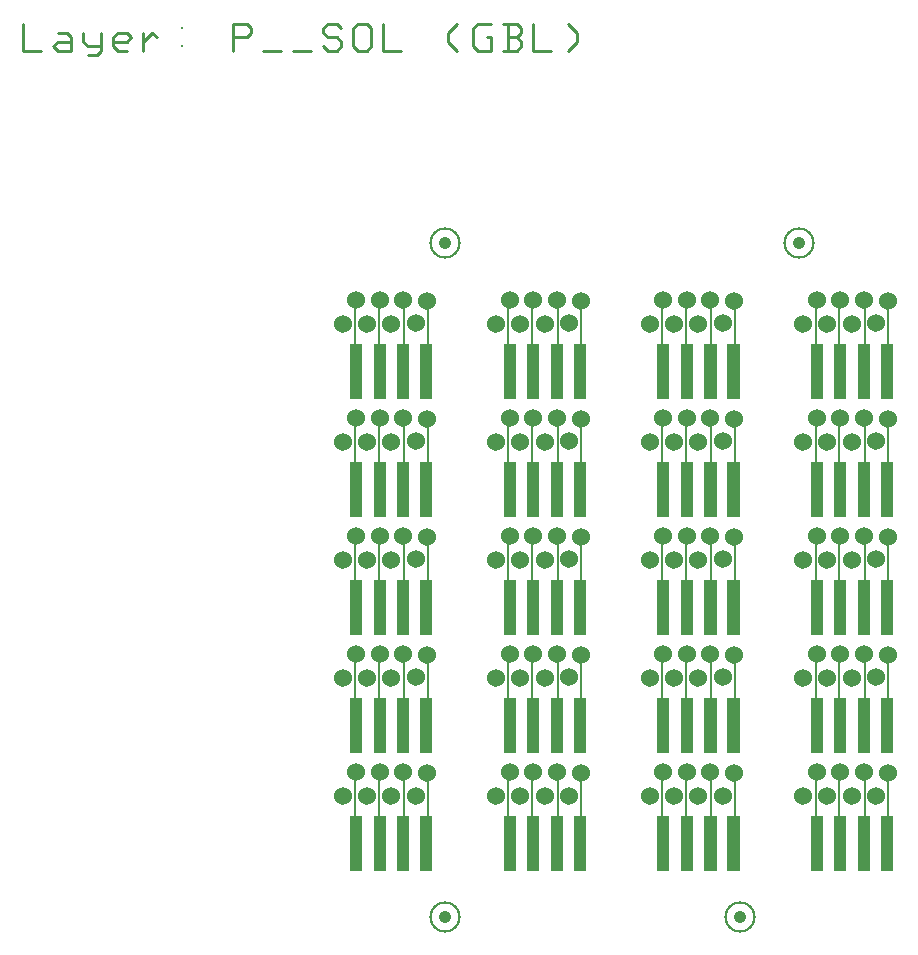
<source format=gbl>
*
%FSTAX26Y26*%
%MOIN*%
%ADD10C,0.007000*%
%ADD11C,0.060275*%
%ADD12C,0.041339*%
%ADD13C,0.104331X0.088583*%
%ADD14C,0.010000*%
%IPPOS*%
%LNp_sol(gbl)*%
%LPD*%
G75*
G54D10*
X00094488Y00620079D02*
Y00448819D01*
Y00620079D02*
X0009252Y00622047D01*
X00173228Y0046063D02*
X00179134Y00454724D01*
X00173228Y0046063D02*
Y0061811D01*
X00257874D02*
Y00462598D01*
Y0061811D02*
X00255906Y00620079D01*
X00336614D02*
Y00464567D01*
G54D11*
X00098425Y0061811D03*
X00133858Y0053937D03*
X00255906Y0061811D03*
X00297244Y00541339D03*
X00334646Y00616142D03*
X0005315Y0053937D03*
X00177165Y0061811D03*
X00214567Y0053937D03*
G54D10*
X00094488Y0101378D02*
Y0084252D01*
Y0101378D02*
X0009252Y01015748D01*
X00173228Y00854331D02*
X00179134Y00848425D01*
X00173228Y00854331D02*
Y01011811D01*
X00257874D02*
Y00856299D01*
Y01011811D02*
X00255906Y0101378D01*
X00336614D02*
Y00858268D01*
G54D11*
X00098425Y01011811D03*
X00133858Y00933071D03*
X00255906Y01011811D03*
X00297244Y00935039D03*
X00334646Y01009843D03*
X0005315Y00933071D03*
X00177165Y01011811D03*
X00214567Y00933071D03*
G54D10*
X00094488Y0140748D02*
Y0123622D01*
Y0140748D02*
X0009252Y01409449D01*
X00173228Y01248031D02*
X00179134Y01242126D01*
X00173228Y01248031D02*
Y01405512D01*
X00257874D02*
Y0125D01*
Y01405512D02*
X00255906Y0140748D01*
X00336614D02*
Y01251969D01*
G54D11*
X00098425Y01405512D03*
X00133858Y01326772D03*
X00255906Y01405512D03*
X00297244Y0132874D03*
X00334646Y01403543D03*
X0005315Y01326772D03*
X00177165Y01405512D03*
X00214567Y01326772D03*
G54D10*
X00094488Y01801181D02*
Y01629921D01*
Y01801181D02*
X0009252Y0180315D01*
X00173228Y01641732D02*
X00179134Y01635827D01*
X00173228Y01641732D02*
Y01799213D01*
X00257874D02*
Y01643701D01*
Y01799213D02*
X00255906Y01801181D01*
X00336614D02*
Y01645669D01*
G54D11*
X00098425Y01799213D03*
X00133858Y01720472D03*
X00255906Y01799213D03*
X00297244Y01722441D03*
X00334646Y01797244D03*
X0005315Y01720472D03*
X00177165Y01799213D03*
X00214567Y01720472D03*
G54D10*
X00094488Y02194882D02*
Y02023622D01*
Y02194882D02*
X0009252Y0219685D01*
X00173228Y02035433D02*
X00179134Y02029528D01*
X00173228Y02035433D02*
Y02192913D01*
X00257874D02*
Y02037402D01*
Y02192913D02*
X00255906Y02194882D01*
X00336614D02*
Y0203937D01*
G54D11*
X00098425Y02192913D03*
X00133858Y02114173D03*
X00255906Y02192913D03*
X00297244Y02116142D03*
X00334646Y02190945D03*
X0005315Y02114173D03*
X00177165Y02192913D03*
X00214567Y02114173D03*
G54D10*
X00606299Y00620079D02*
Y00448819D01*
Y00620079D02*
X00604331Y00622047D01*
X00685039Y0046063D02*
X00690945Y00454724D01*
X00685039Y0046063D02*
Y0061811D01*
X00769685D02*
Y00462598D01*
Y0061811D02*
X00767717Y00620079D01*
X00848425D02*
Y00464567D01*
G54D11*
X00610236Y0061811D03*
X00645669Y0053937D03*
X00767717Y0061811D03*
X00809055Y00541339D03*
X00846457Y00616142D03*
X00564961Y0053937D03*
X00688976Y0061811D03*
X00726378Y0053937D03*
G54D10*
X00606299Y0101378D02*
Y0084252D01*
Y0101378D02*
X00604331Y01015748D01*
X00685039Y00854331D02*
X00690945Y00848425D01*
X00685039Y00854331D02*
Y01011811D01*
X00769685D02*
Y00856299D01*
Y01011811D02*
X00767717Y0101378D01*
X00848425D02*
Y00858268D01*
G54D11*
X00610236Y01011811D03*
X00645669Y00933071D03*
X00767717Y01011811D03*
X00809055Y00935039D03*
X00846457Y01009843D03*
X00564961Y00933071D03*
X00688976Y01011811D03*
X00726378Y00933071D03*
G54D10*
X00606299Y0140748D02*
Y0123622D01*
Y0140748D02*
X00604331Y01409449D01*
X00685039Y01248031D02*
X00690945Y01242126D01*
X00685039Y01248031D02*
Y01405512D01*
X00769685D02*
Y0125D01*
Y01405512D02*
X00767717Y0140748D01*
X00848425D02*
Y01251969D01*
G54D11*
X00610236Y01405512D03*
X00645669Y01326772D03*
X00767717Y01405512D03*
X00809055Y0132874D03*
X00846457Y01403543D03*
X00564961Y01326772D03*
X00688976Y01405512D03*
X00726378Y01326772D03*
G54D10*
X00606299Y01801181D02*
Y01629921D01*
Y01801181D02*
X00604331Y0180315D01*
X00685039Y01641732D02*
X00690945Y01635827D01*
X00685039Y01641732D02*
Y01799213D01*
X00769685D02*
Y01643701D01*
Y01799213D02*
X00767717Y01801181D01*
X00848425D02*
Y01645669D01*
G54D11*
X00610236Y01799213D03*
X00645669Y01720472D03*
X00767717Y01799213D03*
X00809055Y01722441D03*
X00846457Y01797244D03*
X00564961Y01720472D03*
X00688976Y01799213D03*
X00726378Y01720472D03*
G54D10*
X00606299Y02194882D02*
Y02023622D01*
Y02194882D02*
X00604331Y0219685D01*
X00685039Y02035433D02*
X00690945Y02029528D01*
X00685039Y02035433D02*
Y02192913D01*
X00769685D02*
Y02037402D01*
Y02192913D02*
X00767717Y02194882D01*
X00848425D02*
Y0203937D01*
G54D11*
X00610236Y02192913D03*
X00645669Y02114173D03*
X00767717Y02192913D03*
X00809055Y02116142D03*
X00846457Y02190945D03*
X00564961Y02114173D03*
X00688976Y02192913D03*
X00726378Y02114173D03*
G54D10*
X0111811Y00620079D02*
Y00448819D01*
Y00620079D02*
X01116142Y00622047D01*
X0119685Y0046063D02*
X01202756Y00454724D01*
X0119685Y0046063D02*
Y0061811D01*
X01281496D02*
Y00462598D01*
Y0061811D02*
X01279528Y00620079D01*
X01360236D02*
Y00464567D01*
G54D11*
X01122047Y0061811D03*
X0115748Y0053937D03*
X01279528Y0061811D03*
X01320866Y00541339D03*
X01358268Y00616142D03*
X01076772Y0053937D03*
X01200787Y0061811D03*
X01238189Y0053937D03*
G54D10*
X0111811Y0101378D02*
Y0084252D01*
Y0101378D02*
X01116142Y01015748D01*
X0119685Y00854331D02*
X01202756Y00848425D01*
X0119685Y00854331D02*
Y01011811D01*
X01281496D02*
Y00856299D01*
Y01011811D02*
X01279528Y0101378D01*
X01360236D02*
Y00858268D01*
G54D11*
X01122047Y01011811D03*
X0115748Y00933071D03*
X01279528Y01011811D03*
X01320866Y00935039D03*
X01358268Y01009843D03*
X01076772Y00933071D03*
X01200787Y01011811D03*
X01238189Y00933071D03*
G54D10*
X0111811Y0140748D02*
Y0123622D01*
Y0140748D02*
X01116142Y01409449D01*
X0119685Y01248031D02*
X01202756Y01242126D01*
X0119685Y01248031D02*
Y01405512D01*
X01281496D02*
Y0125D01*
Y01405512D02*
X01279528Y0140748D01*
X01360236D02*
Y01251969D01*
G54D11*
X01122047Y01405512D03*
X0115748Y01326772D03*
X01279528Y01405512D03*
X01320866Y0132874D03*
X01358268Y01403543D03*
X01076772Y01326772D03*
X01200787Y01405512D03*
X01238189Y01326772D03*
G54D10*
X0111811Y01801181D02*
Y01629921D01*
Y01801181D02*
X01116142Y0180315D01*
X0119685Y01641732D02*
X01202756Y01635827D01*
X0119685Y01641732D02*
Y01799213D01*
X01281496D02*
Y01643701D01*
Y01799213D02*
X01279528Y01801181D01*
X01360236D02*
Y01645669D01*
G54D11*
X01122047Y01799213D03*
X0115748Y01720472D03*
X01279528Y01799213D03*
X01320866Y01722441D03*
X01358268Y01797244D03*
X01076772Y01720472D03*
X01200787Y01799213D03*
X01238189Y01720472D03*
G54D10*
X0111811Y02194882D02*
Y02023622D01*
Y02194882D02*
X01116142Y0219685D01*
X0119685Y02035433D02*
X01202756Y02029528D01*
X0119685Y02035433D02*
Y02192913D01*
X01281496D02*
Y02037402D01*
Y02192913D02*
X01279528Y02194882D01*
X01360236D02*
Y0203937D01*
G54D11*
X01122047Y02192913D03*
X0115748Y02114173D03*
X01279528Y02192913D03*
X01320866Y02116142D03*
X01358268Y02190945D03*
X01076772Y02114173D03*
X01200787Y02192913D03*
X01238189Y02114173D03*
G54D10*
X01629921Y00620079D02*
Y00448819D01*
Y00620079D02*
X01627953Y00622047D01*
X01708661Y0046063D02*
X01714567Y00454724D01*
X01708661Y0046063D02*
Y0061811D01*
X01793307D02*
Y00462598D01*
Y0061811D02*
X01791339Y00620079D01*
X01872047D02*
Y00464567D01*
G54D11*
X01633858Y0061811D03*
X01669291Y0053937D03*
X01791339Y0061811D03*
X01832677Y00541339D03*
X01870079Y00616142D03*
X01588583Y0053937D03*
X01712598Y0061811D03*
X0175Y0053937D03*
G54D10*
X01629921Y0101378D02*
Y0084252D01*
Y0101378D02*
X01627953Y01015748D01*
X01708661Y00854331D02*
X01714567Y00848425D01*
X01708661Y00854331D02*
Y01011811D01*
X01793307D02*
Y00856299D01*
Y01011811D02*
X01791339Y0101378D01*
X01872047D02*
Y00858268D01*
G54D11*
X01633858Y01011811D03*
X01669291Y00933071D03*
X01791339Y01011811D03*
X01832677Y00935039D03*
X01870079Y01009843D03*
X01588583Y00933071D03*
X01712598Y01011811D03*
X0175Y00933071D03*
G54D10*
X01629921Y0140748D02*
Y0123622D01*
Y0140748D02*
X01627953Y01409449D01*
X01708661Y01248031D02*
X01714567Y01242126D01*
X01708661Y01248031D02*
Y01405512D01*
X01793307D02*
Y0125D01*
Y01405512D02*
X01791339Y0140748D01*
X01872047D02*
Y01251969D01*
G54D11*
X01633858Y01405512D03*
X01669291Y01326772D03*
X01791339Y01405512D03*
X01832677Y0132874D03*
X01870079Y01403543D03*
X01588583Y01326772D03*
X01712598Y01405512D03*
X0175Y01326772D03*
G54D10*
X01629921Y01801181D02*
Y01629921D01*
Y01801181D02*
X01627953Y0180315D01*
X01708661Y01641732D02*
X01714567Y01635827D01*
X01708661Y01641732D02*
Y01799213D01*
X01793307D02*
Y01643701D01*
Y01799213D02*
X01791339Y01801181D01*
X01872047D02*
Y01645669D01*
G54D11*
X01633858Y01799213D03*
X01669291Y01720472D03*
X01791339Y01799213D03*
X01832677Y01722441D03*
X01870079Y01797244D03*
X01588583Y01720472D03*
X01712598Y01799213D03*
X0175Y01720472D03*
G54D10*
X01629921Y02194882D02*
Y02023622D01*
Y02194882D02*
X01627953Y0219685D01*
X01708661Y02035433D02*
X01714567Y02029528D01*
X01708661Y02035433D02*
Y02192913D01*
X01793307D02*
Y02037402D01*
Y02192913D02*
X01791339Y02194882D01*
X01872047D02*
Y0203937D01*
G54D11*
X01633858Y02192913D03*
X01669291Y02114173D03*
X01791339Y02192913D03*
X01832677Y02116142D03*
X01870079Y02190945D03*
X01588583Y02114173D03*
X01712598Y02192913D03*
X0175Y02114173D03*
G54D12*
X00393701Y00137795D03*
G54D13*
D03*
G54D12*
X01377953D03*
G54D13*
D03*
G54D12*
X00393701Y0238189D03*
G54D13*
D03*
G54D12*
X01574803D03*
G54D13*
D03*
G54D14*
X-01010749Y03114089D02*
Y03024685D01*
X-00951146D01*
X-00895848Y03084288D02*
X-00866047D01*
X-00851146Y03069387D01*
Y03024685D01*
X-00895848D01*
X-00910749Y03039586D01*
X-00895848Y03054486D01*
X-00851146D01*
X-00810749Y03084288D02*
Y03054486D01*
X-00795848Y03039586D01*
X-00751146D01*
Y03084288D02*
Y03024685D01*
X-00766047Y03009784D01*
X-00795848D01*
X-00666047Y03024685D02*
X-00695848D01*
X-00710749Y03039586D01*
Y03069387D01*
X-00695848Y03084288D01*
X-00666047D01*
X-00651146Y03069387D01*
X-00666047Y03054486D01*
X-00710749D01*
X-00610749Y03084288D02*
Y03024685D01*
Y03054486D02*
X-00580948Y03084288D01*
X-00566047Y03069387D01*
X-00480948Y03039586D03*
Y03099188D03*
X-00310749Y03024685D02*
Y03114089D01*
X-00266047D01*
X-00251146Y03099188D01*
Y03084288D01*
X-00266047Y03069387D01*
X-00310749D01*
X-00210749Y03024685D02*
X-00151146D01*
X-00110749D02*
X-00051146D01*
X-00010749Y03039586D02*
X00004152Y03024685D01*
X00033953D01*
X00048854Y03039586D01*
Y03054486D01*
X00033953Y03069387D01*
X00004152D01*
X-00010749Y03084288D01*
Y03099188D01*
X00004152Y03114089D01*
X00033953D01*
X00048854Y03099188D01*
X00089251Y03039586D02*
Y03099188D01*
X00104152Y03114089D01*
X00133953D01*
X00148854Y03099188D01*
Y03039586D01*
X00133953Y03024685D01*
X00104152D01*
X00089251Y03039586D01*
X00189251Y03114089D02*
Y03024685D01*
X00248854D01*
X00433953D02*
X00404152Y03054486D01*
Y03084288D01*
X00433953Y03114089D01*
X00504152D02*
X00548854D01*
X00504152D02*
X00489251Y03099188D01*
Y03039586D01*
X00504152Y03024685D01*
X00548854D01*
Y03069387D01*
X00533953D01*
X00589251Y03114089D02*
X00633953D01*
X00648854Y03099188D01*
Y03084288D01*
X00633953Y03069387D01*
X00648854Y03054486D01*
Y03039586D01*
X00633953Y03024685D01*
X00589251D01*
X00604152D02*
Y03114089D01*
Y03069387D02*
X00633953D01*
X00689251Y03114089D02*
Y03024685D01*
X00748854D01*
X00804152D02*
X00833953Y03054486D01*
Y03084288D01*
X00804152Y03114089D01*
G36*
X0007824Y00289591D02*
Y00472941D01*
X0011861D01*
Y00289591D01*
X0007824D01*
G37*
G36*
Y00683291D02*
Y00866641D01*
X0011861D01*
Y00683291D01*
X0007824D01*
G37*
G36*
Y01076992D02*
Y01260342D01*
X0011861D01*
Y01076992D01*
X0007824D01*
G37*
G36*
Y01470693D02*
Y01654043D01*
X0011861D01*
Y01470693D01*
X0007824D01*
G37*
G36*
Y01864394D02*
Y02047744D01*
X0011861D01*
Y01864394D01*
X0007824D01*
G37*
G36*
X0015698Y00289591D02*
Y00472941D01*
X0019735D01*
Y00289591D01*
X0015698D01*
G37*
G36*
Y00683291D02*
Y00866641D01*
X0019735D01*
Y00683291D01*
X0015698D01*
G37*
G36*
Y01076992D02*
Y01260342D01*
X0019735D01*
Y01076992D01*
X0015698D01*
G37*
G36*
Y01470693D02*
Y01654043D01*
X0019735D01*
Y01470693D01*
X0015698D01*
G37*
G36*
Y01864394D02*
Y02047744D01*
X0019735D01*
Y01864394D01*
X0015698D01*
G37*
G36*
X00235721Y00289591D02*
Y00472941D01*
X0027609D01*
Y00289591D01*
X00235721D01*
G37*
G36*
Y00683291D02*
Y00866641D01*
X0027609D01*
Y00683291D01*
X00235721D01*
G37*
G36*
Y01076992D02*
Y01260342D01*
X0027609D01*
Y01076992D01*
X00235721D01*
G37*
G36*
Y01470693D02*
Y01654043D01*
X0027609D01*
Y01470693D01*
X00235721D01*
G37*
G36*
Y01864394D02*
Y02047744D01*
X0027609D01*
Y01864394D01*
X00235721D01*
G37*
G36*
X00312492Y00289591D02*
Y00472941D01*
X00352862D01*
Y00289591D01*
X00312492D01*
G37*
G36*
Y00683291D02*
Y00866641D01*
X00352862D01*
Y00683291D01*
X00312492D01*
G37*
G36*
Y01076992D02*
Y01260342D01*
X00352862D01*
Y01076992D01*
X00312492D01*
G37*
G36*
Y01470693D02*
Y01654043D01*
X00352862D01*
Y01470693D01*
X00312492D01*
G37*
G36*
Y01864394D02*
Y02047744D01*
X00352862D01*
Y01864394D01*
X00312492D01*
G37*
G36*
X00590051Y00289591D02*
Y00472941D01*
X00630421D01*
Y00289591D01*
X00590051D01*
G37*
G36*
Y00683291D02*
Y00866641D01*
X00630421D01*
Y00683291D01*
X00590051D01*
G37*
G36*
Y01076992D02*
Y01260342D01*
X00630421D01*
Y01076992D01*
X00590051D01*
G37*
G36*
Y01470693D02*
Y01654043D01*
X00630421D01*
Y01470693D01*
X00590051D01*
G37*
G36*
Y01864394D02*
Y02047744D01*
X00630421D01*
Y01864394D01*
X00590051D01*
G37*
G36*
X00668791Y00289591D02*
Y00472941D01*
X00709161D01*
Y00289591D01*
X00668791D01*
G37*
G36*
Y00683291D02*
Y00866641D01*
X00709161D01*
Y00683291D01*
X00668791D01*
G37*
G36*
Y01076992D02*
Y01260342D01*
X00709161D01*
Y01076992D01*
X00668791D01*
G37*
G36*
Y01470693D02*
Y01654043D01*
X00709161D01*
Y01470693D01*
X00668791D01*
G37*
G36*
Y01864394D02*
Y02047744D01*
X00709161D01*
Y01864394D01*
X00668791D01*
G37*
G36*
X00747532Y00289591D02*
Y00472941D01*
X00787901D01*
Y00289591D01*
X00747532D01*
G37*
G36*
Y00683291D02*
Y00866641D01*
X00787901D01*
Y00683291D01*
X00747532D01*
G37*
G36*
Y01076992D02*
Y01260342D01*
X00787901D01*
Y01076992D01*
X00747532D01*
G37*
G36*
Y01470693D02*
Y01654043D01*
X00787901D01*
Y01470693D01*
X00747532D01*
G37*
G36*
Y01864394D02*
Y02047744D01*
X00787901D01*
Y01864394D01*
X00747532D01*
G37*
G36*
X00824303Y00289591D02*
Y00472941D01*
X00864673D01*
Y00289591D01*
X00824303D01*
G37*
G36*
Y00683291D02*
Y00866641D01*
X00864673D01*
Y00683291D01*
X00824303D01*
G37*
G36*
Y01076992D02*
Y01260342D01*
X00864673D01*
Y01076992D01*
X00824303D01*
G37*
G36*
Y01470693D02*
Y01654043D01*
X00864673D01*
Y01470693D01*
X00824303D01*
G37*
G36*
Y01864394D02*
Y02047744D01*
X00864673D01*
Y01864394D01*
X00824303D01*
G37*
G36*
X01101862Y00289591D02*
Y00472941D01*
X01142232D01*
Y00289591D01*
X01101862D01*
G37*
G36*
Y00683291D02*
Y00866641D01*
X01142232D01*
Y00683291D01*
X01101862D01*
G37*
G36*
Y01076992D02*
Y01260342D01*
X01142232D01*
Y01076992D01*
X01101862D01*
G37*
G36*
Y01470693D02*
Y01654043D01*
X01142232D01*
Y01470693D01*
X01101862D01*
G37*
G36*
Y01864394D02*
Y02047744D01*
X01142232D01*
Y01864394D01*
X01101862D01*
G37*
G36*
X01180602Y00289591D02*
Y00472941D01*
X01220972D01*
Y00289591D01*
X01180602D01*
G37*
G36*
Y00683291D02*
Y00866641D01*
X01220972D01*
Y00683291D01*
X01180602D01*
G37*
G36*
Y01076992D02*
Y01260342D01*
X01220972D01*
Y01076992D01*
X01180602D01*
G37*
G36*
Y01470693D02*
Y01654043D01*
X01220972D01*
Y01470693D01*
X01180602D01*
G37*
G36*
Y01864394D02*
Y02047744D01*
X01220972D01*
Y01864394D01*
X01180602D01*
G37*
G36*
X01259343Y00289591D02*
Y00472941D01*
X01299713D01*
Y00289591D01*
X01259343D01*
G37*
G36*
Y00683291D02*
Y00866641D01*
X01299713D01*
Y00683291D01*
X01259343D01*
G37*
G36*
Y01076992D02*
Y01260342D01*
X01299713D01*
Y01076992D01*
X01259343D01*
G37*
G36*
Y01470693D02*
Y01654043D01*
X01299713D01*
Y01470693D01*
X01259343D01*
G37*
G36*
Y01864394D02*
Y02047744D01*
X01299713D01*
Y01864394D01*
X01259343D01*
G37*
G36*
X01336114Y00289591D02*
Y00472941D01*
X01376484D01*
Y00289591D01*
X01336114D01*
G37*
G36*
Y00683291D02*
Y00866641D01*
X01376484D01*
Y00683291D01*
X01336114D01*
G37*
G36*
Y01076992D02*
Y01260342D01*
X01376484D01*
Y01076992D01*
X01336114D01*
G37*
G36*
Y01470693D02*
Y01654043D01*
X01376484D01*
Y01470693D01*
X01336114D01*
G37*
G36*
Y01864394D02*
Y02047744D01*
X01376484D01*
Y01864394D01*
X01336114D01*
G37*
G36*
X01613673Y00289591D02*
Y00472941D01*
X01654043D01*
Y00289591D01*
X01613673D01*
G37*
G36*
Y00683291D02*
Y00866641D01*
X01654043D01*
Y00683291D01*
X01613673D01*
G37*
G36*
Y01076992D02*
Y01260342D01*
X01654043D01*
Y01076992D01*
X01613673D01*
G37*
G36*
Y01470693D02*
Y01654043D01*
X01654043D01*
Y01470693D01*
X01613673D01*
G37*
G36*
Y01864394D02*
Y02047744D01*
X01654043D01*
Y01864394D01*
X01613673D01*
G37*
G36*
X01692413Y00289591D02*
Y00472941D01*
X01732783D01*
Y00289591D01*
X01692413D01*
G37*
G36*
Y00683291D02*
Y00866641D01*
X01732783D01*
Y00683291D01*
X01692413D01*
G37*
G36*
Y01076992D02*
Y01260342D01*
X01732783D01*
Y01076992D01*
X01692413D01*
G37*
G36*
Y01470693D02*
Y01654043D01*
X01732783D01*
Y01470693D01*
X01692413D01*
G37*
G36*
Y01864394D02*
Y02047744D01*
X01732783D01*
Y01864394D01*
X01692413D01*
G37*
G36*
X01771154Y00289591D02*
Y00472941D01*
X01811524D01*
Y00289591D01*
X01771154D01*
G37*
G36*
Y00683291D02*
Y00866641D01*
X01811524D01*
Y00683291D01*
X01771154D01*
G37*
G36*
Y01076992D02*
Y01260342D01*
X01811524D01*
Y01076992D01*
X01771154D01*
G37*
G36*
Y01470693D02*
Y01654043D01*
X01811524D01*
Y01470693D01*
X01771154D01*
G37*
G36*
Y01864394D02*
Y02047744D01*
X01811524D01*
Y01864394D01*
X01771154D01*
G37*
G36*
X01847925Y00289591D02*
Y00472941D01*
X01888295D01*
Y00289591D01*
X01847925D01*
G37*
G36*
Y00683291D02*
Y00866641D01*
X01888295D01*
Y00683291D01*
X01847925D01*
G37*
G36*
Y01076992D02*
Y01260342D01*
X01888295D01*
Y01076992D01*
X01847925D01*
G37*
G36*
Y01470693D02*
Y01654043D01*
X01888295D01*
Y01470693D01*
X01847925D01*
G37*
G36*
Y01864394D02*
Y02047744D01*
X01888295D01*
Y01864394D01*
X01847925D01*
G37*
M02*

</source>
